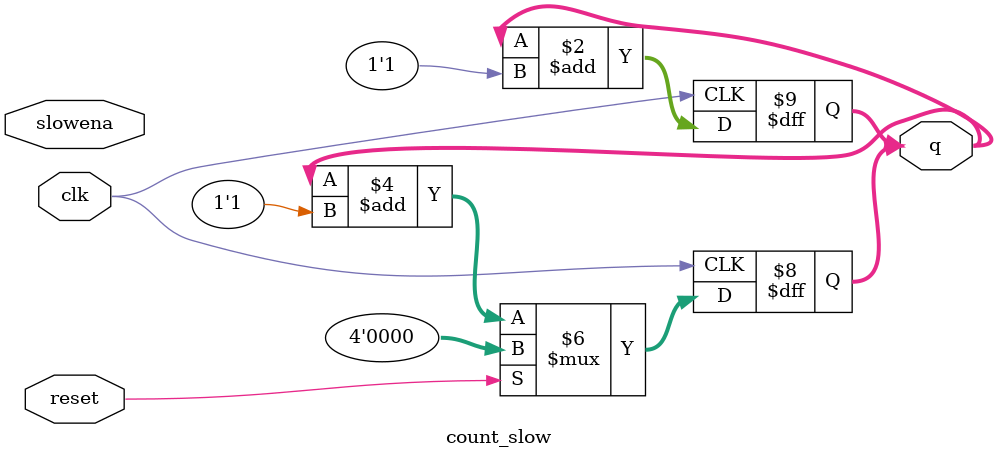
<source format=v>

module count_slow(
    input clk,
    input slowena,
    input reset,
    output reg [3:0] q);

// On the positive edge of the clock:
// if reset is high, reset the output q to 0. 
// Otherwise, only increment the output q if the ena input is high and q is not 9.

// When clk is not high, the output q and increment the output clock
// so q is always 0.
reg [3:0] q;

always @(posedge clk)
    q = q + 1'b1;

// If q is high, increment the output clock.
// Otherwise, set new data on every positive clock edge.

// On clk is low, the output q and increment the output clock.

always @(posedge clk)
    if (reset) begin
        q <= 0;
    end else begin
        q = q + 1'b1;
    end

endmodule

</source>
